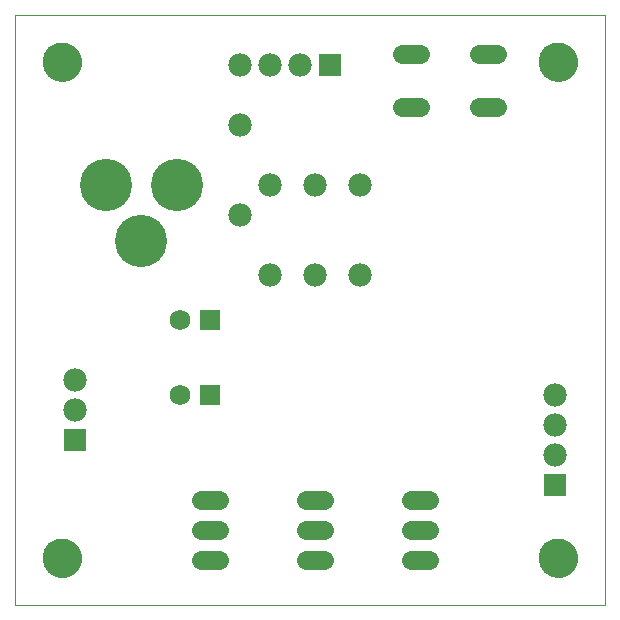
<source format=gbs>
G75*
%MOIN*%
%OFA0B0*%
%FSLAX25Y25*%
%IPPOS*%
%LPD*%
%AMOC8*
5,1,8,0,0,1.08239X$1,22.5*
%
%ADD10C,0.00000*%
%ADD11C,0.12998*%
%ADD12R,0.06900X0.06900*%
%ADD13C,0.06900*%
%ADD14C,0.17400*%
%ADD15R,0.07800X0.07800*%
%ADD16C,0.07800*%
%ADD17C,0.06400*%
D10*
X0005000Y0001000D02*
X0005000Y0197850D01*
X0201850Y0197850D01*
X0201850Y0001000D01*
X0005000Y0001000D01*
X0014449Y0016748D02*
X0014451Y0016906D01*
X0014457Y0017064D01*
X0014467Y0017222D01*
X0014481Y0017380D01*
X0014499Y0017537D01*
X0014520Y0017694D01*
X0014546Y0017850D01*
X0014576Y0018006D01*
X0014609Y0018161D01*
X0014647Y0018314D01*
X0014688Y0018467D01*
X0014733Y0018619D01*
X0014782Y0018770D01*
X0014835Y0018919D01*
X0014891Y0019067D01*
X0014951Y0019213D01*
X0015015Y0019358D01*
X0015083Y0019501D01*
X0015154Y0019643D01*
X0015228Y0019783D01*
X0015306Y0019920D01*
X0015388Y0020056D01*
X0015472Y0020190D01*
X0015561Y0020321D01*
X0015652Y0020450D01*
X0015747Y0020577D01*
X0015844Y0020702D01*
X0015945Y0020824D01*
X0016049Y0020943D01*
X0016156Y0021060D01*
X0016266Y0021174D01*
X0016379Y0021285D01*
X0016494Y0021394D01*
X0016612Y0021499D01*
X0016733Y0021601D01*
X0016856Y0021701D01*
X0016982Y0021797D01*
X0017110Y0021890D01*
X0017240Y0021980D01*
X0017373Y0022066D01*
X0017508Y0022150D01*
X0017644Y0022229D01*
X0017783Y0022306D01*
X0017924Y0022378D01*
X0018066Y0022448D01*
X0018210Y0022513D01*
X0018356Y0022575D01*
X0018503Y0022633D01*
X0018652Y0022688D01*
X0018802Y0022739D01*
X0018953Y0022786D01*
X0019105Y0022829D01*
X0019258Y0022868D01*
X0019413Y0022904D01*
X0019568Y0022935D01*
X0019724Y0022963D01*
X0019880Y0022987D01*
X0020037Y0023007D01*
X0020195Y0023023D01*
X0020352Y0023035D01*
X0020511Y0023043D01*
X0020669Y0023047D01*
X0020827Y0023047D01*
X0020985Y0023043D01*
X0021144Y0023035D01*
X0021301Y0023023D01*
X0021459Y0023007D01*
X0021616Y0022987D01*
X0021772Y0022963D01*
X0021928Y0022935D01*
X0022083Y0022904D01*
X0022238Y0022868D01*
X0022391Y0022829D01*
X0022543Y0022786D01*
X0022694Y0022739D01*
X0022844Y0022688D01*
X0022993Y0022633D01*
X0023140Y0022575D01*
X0023286Y0022513D01*
X0023430Y0022448D01*
X0023572Y0022378D01*
X0023713Y0022306D01*
X0023852Y0022229D01*
X0023988Y0022150D01*
X0024123Y0022066D01*
X0024256Y0021980D01*
X0024386Y0021890D01*
X0024514Y0021797D01*
X0024640Y0021701D01*
X0024763Y0021601D01*
X0024884Y0021499D01*
X0025002Y0021394D01*
X0025117Y0021285D01*
X0025230Y0021174D01*
X0025340Y0021060D01*
X0025447Y0020943D01*
X0025551Y0020824D01*
X0025652Y0020702D01*
X0025749Y0020577D01*
X0025844Y0020450D01*
X0025935Y0020321D01*
X0026024Y0020190D01*
X0026108Y0020056D01*
X0026190Y0019920D01*
X0026268Y0019783D01*
X0026342Y0019643D01*
X0026413Y0019501D01*
X0026481Y0019358D01*
X0026545Y0019213D01*
X0026605Y0019067D01*
X0026661Y0018919D01*
X0026714Y0018770D01*
X0026763Y0018619D01*
X0026808Y0018467D01*
X0026849Y0018314D01*
X0026887Y0018161D01*
X0026920Y0018006D01*
X0026950Y0017850D01*
X0026976Y0017694D01*
X0026997Y0017537D01*
X0027015Y0017380D01*
X0027029Y0017222D01*
X0027039Y0017064D01*
X0027045Y0016906D01*
X0027047Y0016748D01*
X0027045Y0016590D01*
X0027039Y0016432D01*
X0027029Y0016274D01*
X0027015Y0016116D01*
X0026997Y0015959D01*
X0026976Y0015802D01*
X0026950Y0015646D01*
X0026920Y0015490D01*
X0026887Y0015335D01*
X0026849Y0015182D01*
X0026808Y0015029D01*
X0026763Y0014877D01*
X0026714Y0014726D01*
X0026661Y0014577D01*
X0026605Y0014429D01*
X0026545Y0014283D01*
X0026481Y0014138D01*
X0026413Y0013995D01*
X0026342Y0013853D01*
X0026268Y0013713D01*
X0026190Y0013576D01*
X0026108Y0013440D01*
X0026024Y0013306D01*
X0025935Y0013175D01*
X0025844Y0013046D01*
X0025749Y0012919D01*
X0025652Y0012794D01*
X0025551Y0012672D01*
X0025447Y0012553D01*
X0025340Y0012436D01*
X0025230Y0012322D01*
X0025117Y0012211D01*
X0025002Y0012102D01*
X0024884Y0011997D01*
X0024763Y0011895D01*
X0024640Y0011795D01*
X0024514Y0011699D01*
X0024386Y0011606D01*
X0024256Y0011516D01*
X0024123Y0011430D01*
X0023988Y0011346D01*
X0023852Y0011267D01*
X0023713Y0011190D01*
X0023572Y0011118D01*
X0023430Y0011048D01*
X0023286Y0010983D01*
X0023140Y0010921D01*
X0022993Y0010863D01*
X0022844Y0010808D01*
X0022694Y0010757D01*
X0022543Y0010710D01*
X0022391Y0010667D01*
X0022238Y0010628D01*
X0022083Y0010592D01*
X0021928Y0010561D01*
X0021772Y0010533D01*
X0021616Y0010509D01*
X0021459Y0010489D01*
X0021301Y0010473D01*
X0021144Y0010461D01*
X0020985Y0010453D01*
X0020827Y0010449D01*
X0020669Y0010449D01*
X0020511Y0010453D01*
X0020352Y0010461D01*
X0020195Y0010473D01*
X0020037Y0010489D01*
X0019880Y0010509D01*
X0019724Y0010533D01*
X0019568Y0010561D01*
X0019413Y0010592D01*
X0019258Y0010628D01*
X0019105Y0010667D01*
X0018953Y0010710D01*
X0018802Y0010757D01*
X0018652Y0010808D01*
X0018503Y0010863D01*
X0018356Y0010921D01*
X0018210Y0010983D01*
X0018066Y0011048D01*
X0017924Y0011118D01*
X0017783Y0011190D01*
X0017644Y0011267D01*
X0017508Y0011346D01*
X0017373Y0011430D01*
X0017240Y0011516D01*
X0017110Y0011606D01*
X0016982Y0011699D01*
X0016856Y0011795D01*
X0016733Y0011895D01*
X0016612Y0011997D01*
X0016494Y0012102D01*
X0016379Y0012211D01*
X0016266Y0012322D01*
X0016156Y0012436D01*
X0016049Y0012553D01*
X0015945Y0012672D01*
X0015844Y0012794D01*
X0015747Y0012919D01*
X0015652Y0013046D01*
X0015561Y0013175D01*
X0015472Y0013306D01*
X0015388Y0013440D01*
X0015306Y0013576D01*
X0015228Y0013713D01*
X0015154Y0013853D01*
X0015083Y0013995D01*
X0015015Y0014138D01*
X0014951Y0014283D01*
X0014891Y0014429D01*
X0014835Y0014577D01*
X0014782Y0014726D01*
X0014733Y0014877D01*
X0014688Y0015029D01*
X0014647Y0015182D01*
X0014609Y0015335D01*
X0014576Y0015490D01*
X0014546Y0015646D01*
X0014520Y0015802D01*
X0014499Y0015959D01*
X0014481Y0016116D01*
X0014467Y0016274D01*
X0014457Y0016432D01*
X0014451Y0016590D01*
X0014449Y0016748D01*
X0179803Y0016748D02*
X0179805Y0016906D01*
X0179811Y0017064D01*
X0179821Y0017222D01*
X0179835Y0017380D01*
X0179853Y0017537D01*
X0179874Y0017694D01*
X0179900Y0017850D01*
X0179930Y0018006D01*
X0179963Y0018161D01*
X0180001Y0018314D01*
X0180042Y0018467D01*
X0180087Y0018619D01*
X0180136Y0018770D01*
X0180189Y0018919D01*
X0180245Y0019067D01*
X0180305Y0019213D01*
X0180369Y0019358D01*
X0180437Y0019501D01*
X0180508Y0019643D01*
X0180582Y0019783D01*
X0180660Y0019920D01*
X0180742Y0020056D01*
X0180826Y0020190D01*
X0180915Y0020321D01*
X0181006Y0020450D01*
X0181101Y0020577D01*
X0181198Y0020702D01*
X0181299Y0020824D01*
X0181403Y0020943D01*
X0181510Y0021060D01*
X0181620Y0021174D01*
X0181733Y0021285D01*
X0181848Y0021394D01*
X0181966Y0021499D01*
X0182087Y0021601D01*
X0182210Y0021701D01*
X0182336Y0021797D01*
X0182464Y0021890D01*
X0182594Y0021980D01*
X0182727Y0022066D01*
X0182862Y0022150D01*
X0182998Y0022229D01*
X0183137Y0022306D01*
X0183278Y0022378D01*
X0183420Y0022448D01*
X0183564Y0022513D01*
X0183710Y0022575D01*
X0183857Y0022633D01*
X0184006Y0022688D01*
X0184156Y0022739D01*
X0184307Y0022786D01*
X0184459Y0022829D01*
X0184612Y0022868D01*
X0184767Y0022904D01*
X0184922Y0022935D01*
X0185078Y0022963D01*
X0185234Y0022987D01*
X0185391Y0023007D01*
X0185549Y0023023D01*
X0185706Y0023035D01*
X0185865Y0023043D01*
X0186023Y0023047D01*
X0186181Y0023047D01*
X0186339Y0023043D01*
X0186498Y0023035D01*
X0186655Y0023023D01*
X0186813Y0023007D01*
X0186970Y0022987D01*
X0187126Y0022963D01*
X0187282Y0022935D01*
X0187437Y0022904D01*
X0187592Y0022868D01*
X0187745Y0022829D01*
X0187897Y0022786D01*
X0188048Y0022739D01*
X0188198Y0022688D01*
X0188347Y0022633D01*
X0188494Y0022575D01*
X0188640Y0022513D01*
X0188784Y0022448D01*
X0188926Y0022378D01*
X0189067Y0022306D01*
X0189206Y0022229D01*
X0189342Y0022150D01*
X0189477Y0022066D01*
X0189610Y0021980D01*
X0189740Y0021890D01*
X0189868Y0021797D01*
X0189994Y0021701D01*
X0190117Y0021601D01*
X0190238Y0021499D01*
X0190356Y0021394D01*
X0190471Y0021285D01*
X0190584Y0021174D01*
X0190694Y0021060D01*
X0190801Y0020943D01*
X0190905Y0020824D01*
X0191006Y0020702D01*
X0191103Y0020577D01*
X0191198Y0020450D01*
X0191289Y0020321D01*
X0191378Y0020190D01*
X0191462Y0020056D01*
X0191544Y0019920D01*
X0191622Y0019783D01*
X0191696Y0019643D01*
X0191767Y0019501D01*
X0191835Y0019358D01*
X0191899Y0019213D01*
X0191959Y0019067D01*
X0192015Y0018919D01*
X0192068Y0018770D01*
X0192117Y0018619D01*
X0192162Y0018467D01*
X0192203Y0018314D01*
X0192241Y0018161D01*
X0192274Y0018006D01*
X0192304Y0017850D01*
X0192330Y0017694D01*
X0192351Y0017537D01*
X0192369Y0017380D01*
X0192383Y0017222D01*
X0192393Y0017064D01*
X0192399Y0016906D01*
X0192401Y0016748D01*
X0192399Y0016590D01*
X0192393Y0016432D01*
X0192383Y0016274D01*
X0192369Y0016116D01*
X0192351Y0015959D01*
X0192330Y0015802D01*
X0192304Y0015646D01*
X0192274Y0015490D01*
X0192241Y0015335D01*
X0192203Y0015182D01*
X0192162Y0015029D01*
X0192117Y0014877D01*
X0192068Y0014726D01*
X0192015Y0014577D01*
X0191959Y0014429D01*
X0191899Y0014283D01*
X0191835Y0014138D01*
X0191767Y0013995D01*
X0191696Y0013853D01*
X0191622Y0013713D01*
X0191544Y0013576D01*
X0191462Y0013440D01*
X0191378Y0013306D01*
X0191289Y0013175D01*
X0191198Y0013046D01*
X0191103Y0012919D01*
X0191006Y0012794D01*
X0190905Y0012672D01*
X0190801Y0012553D01*
X0190694Y0012436D01*
X0190584Y0012322D01*
X0190471Y0012211D01*
X0190356Y0012102D01*
X0190238Y0011997D01*
X0190117Y0011895D01*
X0189994Y0011795D01*
X0189868Y0011699D01*
X0189740Y0011606D01*
X0189610Y0011516D01*
X0189477Y0011430D01*
X0189342Y0011346D01*
X0189206Y0011267D01*
X0189067Y0011190D01*
X0188926Y0011118D01*
X0188784Y0011048D01*
X0188640Y0010983D01*
X0188494Y0010921D01*
X0188347Y0010863D01*
X0188198Y0010808D01*
X0188048Y0010757D01*
X0187897Y0010710D01*
X0187745Y0010667D01*
X0187592Y0010628D01*
X0187437Y0010592D01*
X0187282Y0010561D01*
X0187126Y0010533D01*
X0186970Y0010509D01*
X0186813Y0010489D01*
X0186655Y0010473D01*
X0186498Y0010461D01*
X0186339Y0010453D01*
X0186181Y0010449D01*
X0186023Y0010449D01*
X0185865Y0010453D01*
X0185706Y0010461D01*
X0185549Y0010473D01*
X0185391Y0010489D01*
X0185234Y0010509D01*
X0185078Y0010533D01*
X0184922Y0010561D01*
X0184767Y0010592D01*
X0184612Y0010628D01*
X0184459Y0010667D01*
X0184307Y0010710D01*
X0184156Y0010757D01*
X0184006Y0010808D01*
X0183857Y0010863D01*
X0183710Y0010921D01*
X0183564Y0010983D01*
X0183420Y0011048D01*
X0183278Y0011118D01*
X0183137Y0011190D01*
X0182998Y0011267D01*
X0182862Y0011346D01*
X0182727Y0011430D01*
X0182594Y0011516D01*
X0182464Y0011606D01*
X0182336Y0011699D01*
X0182210Y0011795D01*
X0182087Y0011895D01*
X0181966Y0011997D01*
X0181848Y0012102D01*
X0181733Y0012211D01*
X0181620Y0012322D01*
X0181510Y0012436D01*
X0181403Y0012553D01*
X0181299Y0012672D01*
X0181198Y0012794D01*
X0181101Y0012919D01*
X0181006Y0013046D01*
X0180915Y0013175D01*
X0180826Y0013306D01*
X0180742Y0013440D01*
X0180660Y0013576D01*
X0180582Y0013713D01*
X0180508Y0013853D01*
X0180437Y0013995D01*
X0180369Y0014138D01*
X0180305Y0014283D01*
X0180245Y0014429D01*
X0180189Y0014577D01*
X0180136Y0014726D01*
X0180087Y0014877D01*
X0180042Y0015029D01*
X0180001Y0015182D01*
X0179963Y0015335D01*
X0179930Y0015490D01*
X0179900Y0015646D01*
X0179874Y0015802D01*
X0179853Y0015959D01*
X0179835Y0016116D01*
X0179821Y0016274D01*
X0179811Y0016432D01*
X0179805Y0016590D01*
X0179803Y0016748D01*
X0179803Y0182102D02*
X0179805Y0182260D01*
X0179811Y0182418D01*
X0179821Y0182576D01*
X0179835Y0182734D01*
X0179853Y0182891D01*
X0179874Y0183048D01*
X0179900Y0183204D01*
X0179930Y0183360D01*
X0179963Y0183515D01*
X0180001Y0183668D01*
X0180042Y0183821D01*
X0180087Y0183973D01*
X0180136Y0184124D01*
X0180189Y0184273D01*
X0180245Y0184421D01*
X0180305Y0184567D01*
X0180369Y0184712D01*
X0180437Y0184855D01*
X0180508Y0184997D01*
X0180582Y0185137D01*
X0180660Y0185274D01*
X0180742Y0185410D01*
X0180826Y0185544D01*
X0180915Y0185675D01*
X0181006Y0185804D01*
X0181101Y0185931D01*
X0181198Y0186056D01*
X0181299Y0186178D01*
X0181403Y0186297D01*
X0181510Y0186414D01*
X0181620Y0186528D01*
X0181733Y0186639D01*
X0181848Y0186748D01*
X0181966Y0186853D01*
X0182087Y0186955D01*
X0182210Y0187055D01*
X0182336Y0187151D01*
X0182464Y0187244D01*
X0182594Y0187334D01*
X0182727Y0187420D01*
X0182862Y0187504D01*
X0182998Y0187583D01*
X0183137Y0187660D01*
X0183278Y0187732D01*
X0183420Y0187802D01*
X0183564Y0187867D01*
X0183710Y0187929D01*
X0183857Y0187987D01*
X0184006Y0188042D01*
X0184156Y0188093D01*
X0184307Y0188140D01*
X0184459Y0188183D01*
X0184612Y0188222D01*
X0184767Y0188258D01*
X0184922Y0188289D01*
X0185078Y0188317D01*
X0185234Y0188341D01*
X0185391Y0188361D01*
X0185549Y0188377D01*
X0185706Y0188389D01*
X0185865Y0188397D01*
X0186023Y0188401D01*
X0186181Y0188401D01*
X0186339Y0188397D01*
X0186498Y0188389D01*
X0186655Y0188377D01*
X0186813Y0188361D01*
X0186970Y0188341D01*
X0187126Y0188317D01*
X0187282Y0188289D01*
X0187437Y0188258D01*
X0187592Y0188222D01*
X0187745Y0188183D01*
X0187897Y0188140D01*
X0188048Y0188093D01*
X0188198Y0188042D01*
X0188347Y0187987D01*
X0188494Y0187929D01*
X0188640Y0187867D01*
X0188784Y0187802D01*
X0188926Y0187732D01*
X0189067Y0187660D01*
X0189206Y0187583D01*
X0189342Y0187504D01*
X0189477Y0187420D01*
X0189610Y0187334D01*
X0189740Y0187244D01*
X0189868Y0187151D01*
X0189994Y0187055D01*
X0190117Y0186955D01*
X0190238Y0186853D01*
X0190356Y0186748D01*
X0190471Y0186639D01*
X0190584Y0186528D01*
X0190694Y0186414D01*
X0190801Y0186297D01*
X0190905Y0186178D01*
X0191006Y0186056D01*
X0191103Y0185931D01*
X0191198Y0185804D01*
X0191289Y0185675D01*
X0191378Y0185544D01*
X0191462Y0185410D01*
X0191544Y0185274D01*
X0191622Y0185137D01*
X0191696Y0184997D01*
X0191767Y0184855D01*
X0191835Y0184712D01*
X0191899Y0184567D01*
X0191959Y0184421D01*
X0192015Y0184273D01*
X0192068Y0184124D01*
X0192117Y0183973D01*
X0192162Y0183821D01*
X0192203Y0183668D01*
X0192241Y0183515D01*
X0192274Y0183360D01*
X0192304Y0183204D01*
X0192330Y0183048D01*
X0192351Y0182891D01*
X0192369Y0182734D01*
X0192383Y0182576D01*
X0192393Y0182418D01*
X0192399Y0182260D01*
X0192401Y0182102D01*
X0192399Y0181944D01*
X0192393Y0181786D01*
X0192383Y0181628D01*
X0192369Y0181470D01*
X0192351Y0181313D01*
X0192330Y0181156D01*
X0192304Y0181000D01*
X0192274Y0180844D01*
X0192241Y0180689D01*
X0192203Y0180536D01*
X0192162Y0180383D01*
X0192117Y0180231D01*
X0192068Y0180080D01*
X0192015Y0179931D01*
X0191959Y0179783D01*
X0191899Y0179637D01*
X0191835Y0179492D01*
X0191767Y0179349D01*
X0191696Y0179207D01*
X0191622Y0179067D01*
X0191544Y0178930D01*
X0191462Y0178794D01*
X0191378Y0178660D01*
X0191289Y0178529D01*
X0191198Y0178400D01*
X0191103Y0178273D01*
X0191006Y0178148D01*
X0190905Y0178026D01*
X0190801Y0177907D01*
X0190694Y0177790D01*
X0190584Y0177676D01*
X0190471Y0177565D01*
X0190356Y0177456D01*
X0190238Y0177351D01*
X0190117Y0177249D01*
X0189994Y0177149D01*
X0189868Y0177053D01*
X0189740Y0176960D01*
X0189610Y0176870D01*
X0189477Y0176784D01*
X0189342Y0176700D01*
X0189206Y0176621D01*
X0189067Y0176544D01*
X0188926Y0176472D01*
X0188784Y0176402D01*
X0188640Y0176337D01*
X0188494Y0176275D01*
X0188347Y0176217D01*
X0188198Y0176162D01*
X0188048Y0176111D01*
X0187897Y0176064D01*
X0187745Y0176021D01*
X0187592Y0175982D01*
X0187437Y0175946D01*
X0187282Y0175915D01*
X0187126Y0175887D01*
X0186970Y0175863D01*
X0186813Y0175843D01*
X0186655Y0175827D01*
X0186498Y0175815D01*
X0186339Y0175807D01*
X0186181Y0175803D01*
X0186023Y0175803D01*
X0185865Y0175807D01*
X0185706Y0175815D01*
X0185549Y0175827D01*
X0185391Y0175843D01*
X0185234Y0175863D01*
X0185078Y0175887D01*
X0184922Y0175915D01*
X0184767Y0175946D01*
X0184612Y0175982D01*
X0184459Y0176021D01*
X0184307Y0176064D01*
X0184156Y0176111D01*
X0184006Y0176162D01*
X0183857Y0176217D01*
X0183710Y0176275D01*
X0183564Y0176337D01*
X0183420Y0176402D01*
X0183278Y0176472D01*
X0183137Y0176544D01*
X0182998Y0176621D01*
X0182862Y0176700D01*
X0182727Y0176784D01*
X0182594Y0176870D01*
X0182464Y0176960D01*
X0182336Y0177053D01*
X0182210Y0177149D01*
X0182087Y0177249D01*
X0181966Y0177351D01*
X0181848Y0177456D01*
X0181733Y0177565D01*
X0181620Y0177676D01*
X0181510Y0177790D01*
X0181403Y0177907D01*
X0181299Y0178026D01*
X0181198Y0178148D01*
X0181101Y0178273D01*
X0181006Y0178400D01*
X0180915Y0178529D01*
X0180826Y0178660D01*
X0180742Y0178794D01*
X0180660Y0178930D01*
X0180582Y0179067D01*
X0180508Y0179207D01*
X0180437Y0179349D01*
X0180369Y0179492D01*
X0180305Y0179637D01*
X0180245Y0179783D01*
X0180189Y0179931D01*
X0180136Y0180080D01*
X0180087Y0180231D01*
X0180042Y0180383D01*
X0180001Y0180536D01*
X0179963Y0180689D01*
X0179930Y0180844D01*
X0179900Y0181000D01*
X0179874Y0181156D01*
X0179853Y0181313D01*
X0179835Y0181470D01*
X0179821Y0181628D01*
X0179811Y0181786D01*
X0179805Y0181944D01*
X0179803Y0182102D01*
X0014449Y0182102D02*
X0014451Y0182260D01*
X0014457Y0182418D01*
X0014467Y0182576D01*
X0014481Y0182734D01*
X0014499Y0182891D01*
X0014520Y0183048D01*
X0014546Y0183204D01*
X0014576Y0183360D01*
X0014609Y0183515D01*
X0014647Y0183668D01*
X0014688Y0183821D01*
X0014733Y0183973D01*
X0014782Y0184124D01*
X0014835Y0184273D01*
X0014891Y0184421D01*
X0014951Y0184567D01*
X0015015Y0184712D01*
X0015083Y0184855D01*
X0015154Y0184997D01*
X0015228Y0185137D01*
X0015306Y0185274D01*
X0015388Y0185410D01*
X0015472Y0185544D01*
X0015561Y0185675D01*
X0015652Y0185804D01*
X0015747Y0185931D01*
X0015844Y0186056D01*
X0015945Y0186178D01*
X0016049Y0186297D01*
X0016156Y0186414D01*
X0016266Y0186528D01*
X0016379Y0186639D01*
X0016494Y0186748D01*
X0016612Y0186853D01*
X0016733Y0186955D01*
X0016856Y0187055D01*
X0016982Y0187151D01*
X0017110Y0187244D01*
X0017240Y0187334D01*
X0017373Y0187420D01*
X0017508Y0187504D01*
X0017644Y0187583D01*
X0017783Y0187660D01*
X0017924Y0187732D01*
X0018066Y0187802D01*
X0018210Y0187867D01*
X0018356Y0187929D01*
X0018503Y0187987D01*
X0018652Y0188042D01*
X0018802Y0188093D01*
X0018953Y0188140D01*
X0019105Y0188183D01*
X0019258Y0188222D01*
X0019413Y0188258D01*
X0019568Y0188289D01*
X0019724Y0188317D01*
X0019880Y0188341D01*
X0020037Y0188361D01*
X0020195Y0188377D01*
X0020352Y0188389D01*
X0020511Y0188397D01*
X0020669Y0188401D01*
X0020827Y0188401D01*
X0020985Y0188397D01*
X0021144Y0188389D01*
X0021301Y0188377D01*
X0021459Y0188361D01*
X0021616Y0188341D01*
X0021772Y0188317D01*
X0021928Y0188289D01*
X0022083Y0188258D01*
X0022238Y0188222D01*
X0022391Y0188183D01*
X0022543Y0188140D01*
X0022694Y0188093D01*
X0022844Y0188042D01*
X0022993Y0187987D01*
X0023140Y0187929D01*
X0023286Y0187867D01*
X0023430Y0187802D01*
X0023572Y0187732D01*
X0023713Y0187660D01*
X0023852Y0187583D01*
X0023988Y0187504D01*
X0024123Y0187420D01*
X0024256Y0187334D01*
X0024386Y0187244D01*
X0024514Y0187151D01*
X0024640Y0187055D01*
X0024763Y0186955D01*
X0024884Y0186853D01*
X0025002Y0186748D01*
X0025117Y0186639D01*
X0025230Y0186528D01*
X0025340Y0186414D01*
X0025447Y0186297D01*
X0025551Y0186178D01*
X0025652Y0186056D01*
X0025749Y0185931D01*
X0025844Y0185804D01*
X0025935Y0185675D01*
X0026024Y0185544D01*
X0026108Y0185410D01*
X0026190Y0185274D01*
X0026268Y0185137D01*
X0026342Y0184997D01*
X0026413Y0184855D01*
X0026481Y0184712D01*
X0026545Y0184567D01*
X0026605Y0184421D01*
X0026661Y0184273D01*
X0026714Y0184124D01*
X0026763Y0183973D01*
X0026808Y0183821D01*
X0026849Y0183668D01*
X0026887Y0183515D01*
X0026920Y0183360D01*
X0026950Y0183204D01*
X0026976Y0183048D01*
X0026997Y0182891D01*
X0027015Y0182734D01*
X0027029Y0182576D01*
X0027039Y0182418D01*
X0027045Y0182260D01*
X0027047Y0182102D01*
X0027045Y0181944D01*
X0027039Y0181786D01*
X0027029Y0181628D01*
X0027015Y0181470D01*
X0026997Y0181313D01*
X0026976Y0181156D01*
X0026950Y0181000D01*
X0026920Y0180844D01*
X0026887Y0180689D01*
X0026849Y0180536D01*
X0026808Y0180383D01*
X0026763Y0180231D01*
X0026714Y0180080D01*
X0026661Y0179931D01*
X0026605Y0179783D01*
X0026545Y0179637D01*
X0026481Y0179492D01*
X0026413Y0179349D01*
X0026342Y0179207D01*
X0026268Y0179067D01*
X0026190Y0178930D01*
X0026108Y0178794D01*
X0026024Y0178660D01*
X0025935Y0178529D01*
X0025844Y0178400D01*
X0025749Y0178273D01*
X0025652Y0178148D01*
X0025551Y0178026D01*
X0025447Y0177907D01*
X0025340Y0177790D01*
X0025230Y0177676D01*
X0025117Y0177565D01*
X0025002Y0177456D01*
X0024884Y0177351D01*
X0024763Y0177249D01*
X0024640Y0177149D01*
X0024514Y0177053D01*
X0024386Y0176960D01*
X0024256Y0176870D01*
X0024123Y0176784D01*
X0023988Y0176700D01*
X0023852Y0176621D01*
X0023713Y0176544D01*
X0023572Y0176472D01*
X0023430Y0176402D01*
X0023286Y0176337D01*
X0023140Y0176275D01*
X0022993Y0176217D01*
X0022844Y0176162D01*
X0022694Y0176111D01*
X0022543Y0176064D01*
X0022391Y0176021D01*
X0022238Y0175982D01*
X0022083Y0175946D01*
X0021928Y0175915D01*
X0021772Y0175887D01*
X0021616Y0175863D01*
X0021459Y0175843D01*
X0021301Y0175827D01*
X0021144Y0175815D01*
X0020985Y0175807D01*
X0020827Y0175803D01*
X0020669Y0175803D01*
X0020511Y0175807D01*
X0020352Y0175815D01*
X0020195Y0175827D01*
X0020037Y0175843D01*
X0019880Y0175863D01*
X0019724Y0175887D01*
X0019568Y0175915D01*
X0019413Y0175946D01*
X0019258Y0175982D01*
X0019105Y0176021D01*
X0018953Y0176064D01*
X0018802Y0176111D01*
X0018652Y0176162D01*
X0018503Y0176217D01*
X0018356Y0176275D01*
X0018210Y0176337D01*
X0018066Y0176402D01*
X0017924Y0176472D01*
X0017783Y0176544D01*
X0017644Y0176621D01*
X0017508Y0176700D01*
X0017373Y0176784D01*
X0017240Y0176870D01*
X0017110Y0176960D01*
X0016982Y0177053D01*
X0016856Y0177149D01*
X0016733Y0177249D01*
X0016612Y0177351D01*
X0016494Y0177456D01*
X0016379Y0177565D01*
X0016266Y0177676D01*
X0016156Y0177790D01*
X0016049Y0177907D01*
X0015945Y0178026D01*
X0015844Y0178148D01*
X0015747Y0178273D01*
X0015652Y0178400D01*
X0015561Y0178529D01*
X0015472Y0178660D01*
X0015388Y0178794D01*
X0015306Y0178930D01*
X0015228Y0179067D01*
X0015154Y0179207D01*
X0015083Y0179349D01*
X0015015Y0179492D01*
X0014951Y0179637D01*
X0014891Y0179783D01*
X0014835Y0179931D01*
X0014782Y0180080D01*
X0014733Y0180231D01*
X0014688Y0180383D01*
X0014647Y0180536D01*
X0014609Y0180689D01*
X0014576Y0180844D01*
X0014546Y0181000D01*
X0014520Y0181156D01*
X0014499Y0181313D01*
X0014481Y0181470D01*
X0014467Y0181628D01*
X0014457Y0181786D01*
X0014451Y0181944D01*
X0014449Y0182102D01*
D11*
X0020748Y0182102D03*
X0186102Y0182102D03*
X0186102Y0016748D03*
X0020748Y0016748D03*
D12*
X0070000Y0071000D03*
X0070000Y0096000D03*
D13*
X0060000Y0096000D03*
X0060000Y0071000D03*
D14*
X0047126Y0122496D03*
X0058937Y0141000D03*
X0035315Y0141000D03*
D15*
X0110000Y0181000D03*
X0025000Y0056000D03*
X0185000Y0041000D03*
D16*
X0185000Y0051000D03*
X0185000Y0061000D03*
X0185000Y0071000D03*
X0120000Y0111000D03*
X0105000Y0111000D03*
X0090000Y0111000D03*
X0080000Y0131000D03*
X0090000Y0141000D03*
X0105000Y0141000D03*
X0120000Y0141000D03*
X0080000Y0161000D03*
X0080000Y0181000D03*
X0090000Y0181000D03*
X0100000Y0181000D03*
X0025000Y0076000D03*
X0025000Y0066000D03*
D17*
X0067000Y0036000D02*
X0073000Y0036000D01*
X0073000Y0026000D02*
X0067000Y0026000D01*
X0067000Y0016000D02*
X0073000Y0016000D01*
X0102000Y0016000D02*
X0108000Y0016000D01*
X0108000Y0026000D02*
X0102000Y0026000D01*
X0102000Y0036000D02*
X0108000Y0036000D01*
X0137000Y0036000D02*
X0143000Y0036000D01*
X0143000Y0026000D02*
X0137000Y0026000D01*
X0137000Y0016000D02*
X0143000Y0016000D01*
X0140200Y0167100D02*
X0134200Y0167100D01*
X0134200Y0184900D02*
X0140200Y0184900D01*
X0159800Y0184900D02*
X0165800Y0184900D01*
X0165800Y0167100D02*
X0159800Y0167100D01*
M02*

</source>
